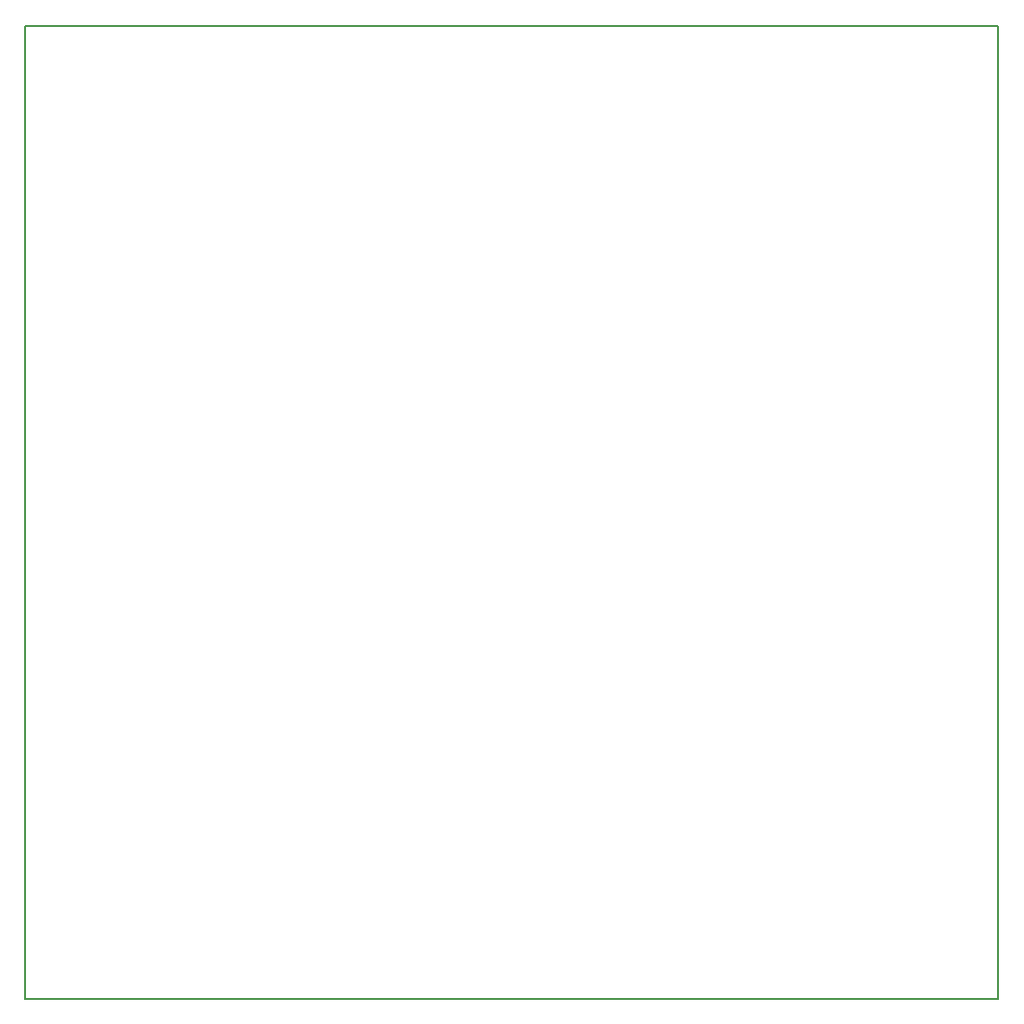
<source format=gbr>
%TF.GenerationSoftware,KiCad,Pcbnew,9.0.1*%
%TF.CreationDate,2025-07-02T23:46:10-04:00*%
%TF.ProjectId,5x5,3578352e-6b69-4636-9164-5f7063625858,rev?*%
%TF.SameCoordinates,Original*%
%TF.FileFunction,Profile,NP*%
%FSLAX46Y46*%
G04 Gerber Fmt 4.6, Leading zero omitted, Abs format (unit mm)*
G04 Created by KiCad (PCBNEW 9.0.1) date 2025-07-02 23:46:10*
%MOMM*%
%LPD*%
G01*
G04 APERTURE LIST*
%TA.AperFunction,Profile*%
%ADD10C,0.200000*%
%TD*%
G04 APERTURE END LIST*
D10*
X104250000Y-34250000D02*
X189750000Y-34250000D01*
X189750000Y-119750000D01*
X104250000Y-119750000D01*
X104250000Y-34250000D01*
M02*

</source>
